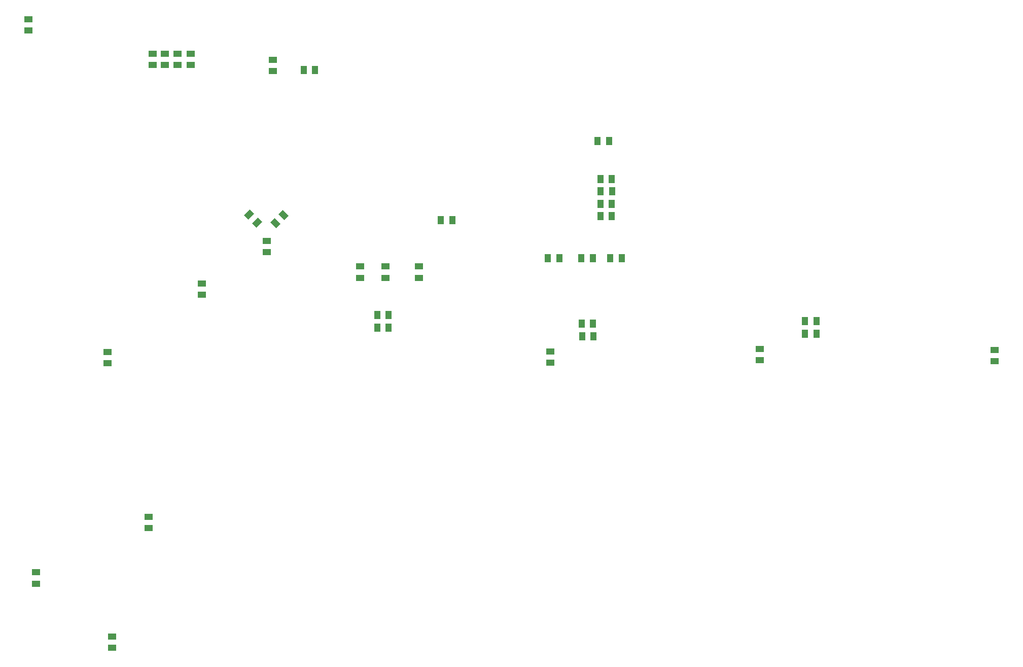
<source format=gbr>
%TF.GenerationSoftware,Altium Limited,Altium Designer,20.1.14 (287)*%
G04 Layer_Color=128*
%FSLAX25Y25*%
%MOIN*%
%TF.SameCoordinates,420D9B4C-C7A0-47ED-81AF-82C992674030*%
%TF.FilePolarity,Positive*%
%TF.FileFunction,Paste,Bot*%
%TF.Part,Single*%
G01*
G75*
%TA.AperFunction,SMDPad,CuDef*%
%ADD10R,0.04134X0.05512*%
%ADD11R,0.05512X0.04134*%
G04:AMPARAMS|DCode=59|XSize=55.12mil|YSize=41.34mil|CornerRadius=0mil|HoleSize=0mil|Usage=FLASHONLY|Rotation=45.000|XOffset=0mil|YOffset=0mil|HoleType=Round|Shape=Rectangle|*
%AMROTATEDRECTD59*
4,1,4,-0.00487,-0.03410,-0.03410,-0.00487,0.00487,0.03410,0.03410,0.00487,-0.00487,-0.03410,0.0*
%
%ADD59ROTATEDRECTD59*%

G04:AMPARAMS|DCode=60|XSize=55.12mil|YSize=41.34mil|CornerRadius=0mil|HoleSize=0mil|Usage=FLASHONLY|Rotation=315.000|XOffset=0mil|YOffset=0mil|HoleType=Round|Shape=Rectangle|*
%AMROTATEDRECTD60*
4,1,4,-0.03410,0.00487,-0.00487,0.03410,0.03410,-0.00487,0.00487,-0.03410,-0.03410,0.00487,0.0*
%
%ADD60ROTATEDRECTD60*%

D10*
X442260Y287000D02*
D03*
X449740D02*
D03*
X423260D02*
D03*
X430740D02*
D03*
X401260D02*
D03*
X408740D02*
D03*
X248240Y410500D02*
D03*
X240760D02*
D03*
X570291Y237366D02*
D03*
X577772D02*
D03*
X577772Y245634D02*
D03*
X570291D02*
D03*
X430980Y244000D02*
D03*
X423500D02*
D03*
X423760Y235500D02*
D03*
X431240D02*
D03*
X296683Y249683D02*
D03*
X289203D02*
D03*
X289183Y241183D02*
D03*
X296663D02*
D03*
X443240Y322500D02*
D03*
X435760D02*
D03*
X443240Y314500D02*
D03*
X435760D02*
D03*
X435760Y339000D02*
D03*
X443240D02*
D03*
X443480Y331000D02*
D03*
X436000D02*
D03*
X434020Y364000D02*
D03*
X441500D02*
D03*
X338480Y312000D02*
D03*
X331000D02*
D03*
D11*
X403000Y218260D02*
D03*
Y225740D02*
D03*
X65000Y80480D02*
D03*
Y73000D02*
D03*
X540500Y219760D02*
D03*
Y227240D02*
D03*
X316500Y281500D02*
D03*
Y274020D02*
D03*
X294500D02*
D03*
Y281500D02*
D03*
X220500Y409760D02*
D03*
Y417240D02*
D03*
X278000Y274020D02*
D03*
Y281500D02*
D03*
X695000Y226740D02*
D03*
Y219260D02*
D03*
X158000Y421240D02*
D03*
Y413760D02*
D03*
X166500Y421240D02*
D03*
Y413760D02*
D03*
X149500Y421240D02*
D03*
Y413760D02*
D03*
X141500Y421240D02*
D03*
Y413760D02*
D03*
X216500Y290760D02*
D03*
Y298240D02*
D03*
X60000Y436520D02*
D03*
Y444000D02*
D03*
X174000Y270240D02*
D03*
Y262760D02*
D03*
X115000Y30760D02*
D03*
Y38240D02*
D03*
X139000Y109520D02*
D03*
Y117000D02*
D03*
X112000Y225240D02*
D03*
Y217760D02*
D03*
D59*
X204855Y315645D02*
D03*
X210145Y310355D02*
D03*
D60*
X227645Y315145D02*
D03*
X222355Y309855D02*
D03*
%TF.MD5,edfdf0f1ca4b98de1389b8185dc19839*%
M02*

</source>
